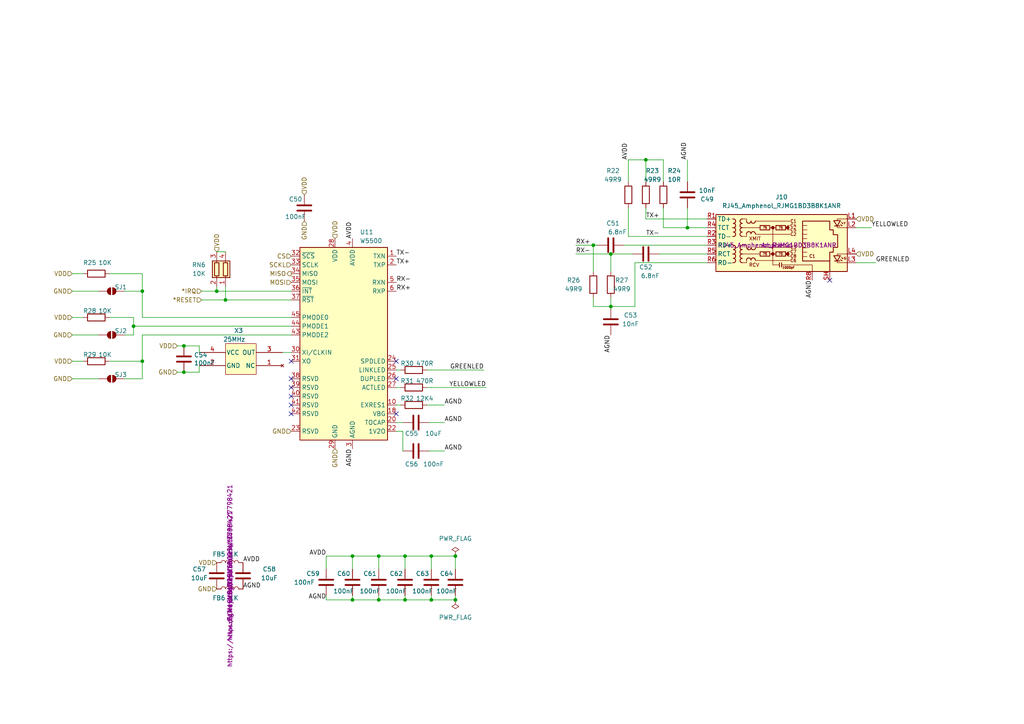
<source format=kicad_sch>
(kicad_sch (version 20250114) (generator "eeschema") (generator_version "9.0")
  (paper "A4")
  (lib_symbols
    (symbol "Common:ECS-2520MVLC" (pin_names (offset 0.254))
      (property "Reference" "X" (at 12.192 8.382 0))
      (property "Value" "TG2520SMN EPS" (at 12.192 5.842 0))
      (symbol "ECS-2520MVLC_1_1"
        (rectangle (start 7.62 3.81) (end 16.51 -5.08) (fill (type background)))
        (pin power_in line (at 0 1.27 0) (length 7.62) (name "VCC") (number "4"))
        (pin power_in line (at 0 -2.54 0) (length 7.62) (name "GND") (number "2"))
        (pin output line (at 24.13 1.27 180) (length 7.62) (name "OUT") (number "3"))
        (pin no_connect line (at 24.13 -2.54 180) (length 7.62) (name "NC") (number "1"))
      )
    )
    (symbol "Connector:RJ45_Amphenol_RJMG1BD3B8K1ANR"
      (property "Reference" "J" (at 18.415 10.16 0))
      (property "Value" "RJ45_Amphenol_RJMG1BD3B8K1ANR" (at -19.05 10.16 0))
      (symbol "RJ45_Amphenol_RJMG1BD3B8K1ANR_0_0"
        (circle (center -1.27 5.08) (radius 0.0001) (stroke (width 0.508)))
        (polyline (pts (xy -1.27 5.08) (xy -1.27 -5.715)))
        (circle (center -1.27 -2.54) (radius 0.0001) (stroke (width 0.508)))
        (polyline (pts (xy 0.635 -5.08) (xy 0.635 -6.35)) (stroke (width 0.254)))
        (polyline (pts (xy 1.27 -5.08) (xy 1.27 -6.35)) (stroke (width 0.254)))
        (polyline (pts (xy 3.048 5.08) (xy 2.54 5.08)))
        (circle (center 3.048 5.08) (radius 0.0001) (stroke (width 0.508)))
        (polyline (pts (xy 3.048 -2.54) (xy 2.54 -2.54)))
        (circle (center 3.048 -2.54) (radius 0.0001) (stroke (width 0.508)))
        (polyline (pts (xy 3.683 5.715) (xy 3.048 5.715) (xy 3.048 4.445) (xy 3.683 4.445)))
        (polyline (pts (xy 3.683 -1.905) (xy 3.048 -1.905) (xy 3.048 -3.175) (xy 3.683 -3.175)))
        (polyline (pts (xy 17.399 7.112) (xy 17.399 7.62) (xy 20.32 7.62)))
        (polyline (pts (xy 17.399 -3.048) (xy 17.399 -2.54) (xy 20.32 -2.54)))
        (polyline (pts (xy 20.32 5.08) (xy 17.399 5.08) (xy 17.399 5.588)))
        (polyline (pts (xy 20.32 -5.08) (xy 17.399 -5.08) (xy 17.399 -4.572)))
        (text "XMIT" (at -8.255 1.905 0) (effects (font (size 1.016 1.016)) (justify left)))
        (text "RCV" (at -8.255 -5.715 0) (effects (font (size 1.016 1.016)) (justify left)))
        (text "C1" (at 4.699 6.985 0) (effects (font (size 0.889 0.889))))
        (text "C4" (at 4.699 5.715 0) (effects (font (size 0.889 0.889))))
        (text "C5" (at 4.699 4.445 0) (effects (font (size 0.889 0.889))))
        (text "C2" (at 4.699 3.175 0) (effects (font (size 0.889 0.889))))
        (text "C3" (at 4.699 -0.635 0) (effects (font (size 0.889 0.889))))
        (text "C7" (at 4.699 -1.905 0) (effects (font (size 0.889 0.889))))
        (text "C8" (at 4.699 -3.175 0) (effects (font (size 0.889 0.889))))
        (text "C6" (at 4.699 -4.445 0) (effects (font (size 0.889 0.889))))
        (text "C1" (at 10.16 -3.175 0) (effects (font (size 0.889 0.889))))
      )
      (symbol "RJ45_Amphenol_RJMG1BD3B8K1ANR_0_1"
        (rectangle (start -17.78 8.89) (end 20.32 -7.62) (stroke (width 0.254)) (fill (type background)))
        (polyline (pts (xy -12.7 7.62) (xy -13.081 7.62)))
        (polyline (pts (xy -12.7 5.08) (xy -13.081 5.08)))
        (polyline (pts (xy -12.7 2.54) (xy -13.081 2.54)))
        (polyline (pts (xy -12.7 0) (xy -13.081 0)))
        (polyline (pts (xy -12.7 -2.54) (xy -13.081 -2.54)))
        (polyline (pts (xy -12.7 -5.08) (xy -13.081 -5.08)))
        (polyline (pts (xy -10.16 7.62) (xy -8.89 7.62) (xy -8.89 6.985)))
        (polyline (pts (xy -10.16 0) (xy -8.89 0) (xy -8.89 -0.635)))
        (polyline (pts (xy -8.89 3.175) (xy -8.89 2.54) (xy -10.16 2.54)))
        (polyline (pts (xy -8.89 -4.445) (xy -8.89 -5.08) (xy -10.16 -5.08)))
        (polyline (pts (xy -6.35 6.985) (xy 3.683 6.985)))
        (polyline (pts (xy -6.35 3.175) (xy 3.683 3.175)))
        (polyline (pts (xy -6.35 -4.445) (xy 3.683 -4.445)))
        (polyline (pts (xy -6.223 -0.635) (xy 3.683 -0.635)))
        (polyline (pts (xy -5.08 -2.54) (xy -10.16 -2.54)))
        (polyline (pts (xy -4.953 5.08) (xy -10.16 5.08)))
        (polyline (pts (xy -2.159 5.08) (xy -0.381 5.08)))
        (polyline (pts (xy -2.159 -2.54) (xy -0.381 -2.54)))
        (polyline (pts (xy 0.635 -5.715) (xy -1.27 -5.715)))
        (polyline (pts (xy 7.366 3.175) (xy 8.636 3.175)))
        (polyline (pts (xy 7.366 1.905) (xy 8.636 1.905)))
        (polyline (pts (xy 7.366 0.635) (xy 8.636 0.635)))
        (polyline (pts (xy 7.366 -0.762) (xy 8.636 -0.762)))
        (polyline (pts (xy 7.366 -2.032) (xy 8.636 -2.032)))
        (polyline (pts (xy 8.636 5.715) (xy 7.366 5.715)))
        (polyline (pts (xy 8.636 4.445) (xy 7.366 4.445)))
        (polyline (pts (xy 8.636 -3.302) (xy 7.366 -3.302)))
        (polyline (pts (xy 10.16 -5.715) (xy 1.27 -5.715)))
        (polyline (pts (xy 10.16 -5.715) (xy 10.16 -7.62)))
      )
      (symbol "RJ45_Amphenol_RJMG1BD3B8K1ANR_1_0"
        (text "1000pF" (at 3.302 -6.477 0) (effects (font (size 0.635 0.635))))
      )
      (symbol "RJ45_Amphenol_RJMG1BD3B8K1ANR_1_1"
        (arc (start -12.7 0) (mid -12.0677 -0.635) (end -12.7 -1.27) (stroke (width 0.254)))
        (arc (start -12.6973 7.62) (mid -12.065 6.985) (end -12.6973 6.35) (stroke (width 0.254)))
        (arc (start -12.6973 -1.27) (mid -12.065 -1.905) (end -12.6973 -2.54) (stroke (width 0.254)))
        (arc (start -12.6973 -2.54) (mid -12.065 -3.175) (end -12.6973 -3.81) (stroke (width 0.254)))
        (arc (start -12.6973 -3.81) (mid -12.065 -4.445) (end -12.6973 -5.08) (stroke (width 0.254)))
        (arc (start -12.6946 6.35) (mid -12.0623 5.715) (end -12.6946 5.08) (stroke (width 0.254)))
        (arc (start -12.6946 5.08) (mid -12.0623 4.445) (end -12.6946 3.81) (stroke (width 0.254)))
        (arc (start -12.6946 3.81) (mid -12.0623 3.175) (end -12.6946 2.54) (stroke (width 0.254)))
        (arc (start -10.1654 6.35) (mid -10.7977 6.985) (end -10.1654 7.62) (stroke (width 0.254)))
        (arc (start -10.1654 5.08) (mid -10.7977 5.715) (end -10.1654 6.35) (stroke (width 0.254)))
        (arc (start -10.1654 3.81) (mid -10.7977 4.445) (end -10.1654 5.08) (stroke (width 0.254)))
        (arc (start -10.1654 -1.27) (mid -10.7977 -0.635) (end -10.1654 0) (stroke (width 0.254)))
        (arc (start -10.1654 -2.54) (mid -10.7977 -1.905) (end -10.1654 -1.27) (stroke (width 0.254)))
        (arc (start -10.1654 -3.81) (mid -10.7977 -3.175) (end -10.1654 -2.54) (stroke (width 0.254)))
        (arc (start -10.1627 2.54) (mid -10.795 3.175) (end -10.1627 3.81) (stroke (width 0.254)))
        (arc (start -10.1627 -5.08) (mid -10.795 -4.445) (end -10.1627 -3.81) (stroke (width 0.254)))
        (arc (start -7.62 6.9823) (mid -8.255 6.35) (end -8.89 6.9823) (stroke (width 0.254)))
        (arc (start -8.89 3.3047) (mid -8.255 3.937) (end -7.62 3.3047) (stroke (width 0.254)))
        (arc (start -8.89 -4.3153) (mid -8.255 -3.683) (end -7.62 -4.3153) (stroke (width 0.254)))
        (arc (start -7.5565 -0.7012) (mid -8.1915 -1.3335) (end -8.8265 -0.7012) (stroke (width 0.254)))
        (arc (start -6.35 6.985) (mid -6.985 6.3527) (end -7.62 6.985) (stroke (width 0.254)))
        (arc (start -7.62 3.3074) (mid -6.985 3.9397) (end -6.35 3.3074) (stroke (width 0.254)))
        (arc (start -7.62 -4.3126) (mid -6.985 -3.6803) (end -6.35 -4.3126) (stroke (width 0.254)))
        (arc (start -6.2865 -0.6985) (mid -6.9215 -1.3308) (end -7.5565 -0.6985) (stroke (width 0.254)))
        (rectangle (start -4.953 5.715) (end -2.159 4.445) (stroke (width 0.254)))
        (rectangle (start -4.953 -1.905) (end -2.159 -3.175) (stroke (width 0.254)))
        (rectangle (start -0.381 5.715) (end 2.413 4.445) (stroke (width 0.254)))
        (rectangle (start -0.381 -1.905) (end 2.413 -3.175) (stroke (width 0.254)))
        (polyline (pts (xy 7.366 -4.572) (xy 7.366 6.985) (xy 15.24 6.985) (xy 15.24 4.445) (xy 16.256 4.445) (xy 16.256 3.048) (xy 17.526 3.048) (xy 17.526 -0.635) (xy 16.256 -0.635) (xy 16.256 -2.032) (xy 15.24 -2.032) (xy 15.24 -4.572) (xy 7.366 -4.572)) (stroke (width 0.254)))
        (polyline (pts (xy 15.24 -7.62) (xy 15.24 -4.572)) (stroke (width 0.254)))
        (polyline (pts (xy 18.161 5.588) (xy 16.637 5.588)) (stroke (width 0.254)))
        (polyline (pts (xy 18.161 -4.572) (xy 16.637 -4.572)) (stroke (width 0.254)))
        (polyline (pts (xy 18.288 7.112) (xy 16.383 7.112) (xy 17.399 5.588) (xy 18.288 7.112)) (stroke (width 0.254)))
        (polyline (pts (xy 18.288 6.096) (xy 18.796 5.588) (xy 18.542 5.588)))
        (polyline (pts (xy 18.288 -3.048) (xy 16.383 -3.048) (xy 17.399 -4.572) (xy 18.288 -3.048)) (stroke (width 0.254)))
        (polyline (pts (xy 18.288 -4.064) (xy 18.796 -4.572) (xy 18.542 -4.572)))
        (polyline (pts (xy 18.542 6.731) (xy 19.05 6.223) (xy 18.796 6.223)))
        (polyline (pts (xy 18.542 -3.429) (xy 19.05 -3.937) (xy 18.796 -3.937)))
        (polyline (pts (xy 18.796 5.588) (xy 18.796 5.842)))
        (polyline (pts (xy 18.796 -4.572) (xy 18.796 -4.318)))
        (polyline (pts (xy 19.05 6.223) (xy 19.05 6.477)))
        (polyline (pts (xy 19.05 -3.937) (xy 19.05 -3.683)))
        (text "75" (at -3.556 5.08 0) (effects (font (size 0.635 0.635))))
        (text "75" (at -3.556 -2.54 0) (effects (font (size 0.635 0.635))))
        (text "75" (at 1.016 5.08 0) (effects (font (size 0.635 0.635))))
        (text "75" (at 1.016 -2.54 0) (effects (font (size 0.635 0.635))))
        (text "Y" (at 19.558 6.35 0) (effects (font (size 0.635 0.635))))
        (text "G" (at 19.685 -3.81 0) (effects (font (size 0.635 0.635))))
        (pin passive line (at -20.32 7.62 0) (length 2.54) (name "TD+") (number "R1"))
        (pin passive line (at -20.32 5.08 0) (length 2.54) (name "TCT") (number "R4"))
        (pin passive line (at -20.32 2.54 0) (length 2.54) (name "TD-") (number "R2"))
        (pin passive line (at -20.32 0 0) (length 2.54) (name "RD+") (number "R3"))
        (pin passive line (at -20.32 -2.54 0) (length 2.54) (name "RCT") (number "R5"))
        (pin passive line (at -20.32 -5.08 0) (length 2.54) (name "RD-") (number "R6"))
        (pin power_in line (at 10.16 -10.16 90) (length 2.54) (name "") (number "R8"))
        (pin passive line (at 15.24 -10.16 90) (length 2.54) (name "") (number "SH"))
        (pin no_connect line (at 20.32 0 0) (length 0) (hide yes) (name "NC") (number "R7"))
        (pin passive line (at 22.86 7.62 180) (length 2.54) (name "") (number "L1"))
        (pin passive line (at 22.86 5.08 180) (length 2.54) (name "") (number "L2"))
        (pin passive line (at 22.86 -2.54 180) (length 2.54) (name "") (number "L4"))
        (pin passive line (at 22.86 -5.08 180) (length 2.54) (name "") (number "L3"))
      )
    )
    (symbol "Device:C" (pin_numbers (hide yes)) (pin_names (offset 0.254))
      (property "Reference" "C" (at 0.635 2.54 0))
      (property "Value" "C" (at 0.635 -2.54 0))
      (symbol "C_0_1"
        (polyline (pts (xy -2.032 0.762) (xy 2.032 0.762)) (stroke (width 0.508)))
        (polyline (pts (xy -2.032 -0.762) (xy 2.032 -0.762)) (stroke (width 0.508)))
      )
      (symbol "C_1_1"
        (pin passive line (at 0 3.81 270) (length 2.794) (name "~") (number "1"))
        (pin passive line (at 0 -3.81 90) (length 2.794) (name "~") (number "2"))
      )
    )
    (symbol "Device:L" (pin_numbers (hide yes)) (pin_names (offset 1.016) (hide yes))
      (property "Reference" "L" (at -1.27 0 90))
      (property "Value" "L" (at 1.905 0 90))
      (symbol "L_0_1"
        (arc (start 0 2.54) (mid 0.6323 1.905) (end 0 1.27))
        (arc (start 0 1.27) (mid 0.6323 0.635) (end 0 0))
        (arc (start 0 0) (mid 0.6323 -0.635) (end 0 -1.27))
        (arc (start 0 -1.27) (mid 0.6323 -1.905) (end 0 -2.54))
      )
      (symbol "L_1_1"
        (pin passive line (at 0 3.81 270) (length 1.27) (name "1") (number "1"))
        (pin passive line (at 0 -3.81 90) (length 1.27) (name "2") (number "2"))
      )
    )
    (symbol "Device:R" (pin_numbers (hide yes)) (pin_names (offset 0))
      (property "Reference" "R" (at 2.032 0 90))
      (property "Value" "R" (at 0 0 90))
      (symbol "R_0_1"
        (rectangle (start -1.016 -2.54) (end 1.016 2.54) (stroke (width 0.254)))
      )
      (symbol "R_1_1"
        (pin passive line (at 0 3.81 270) (length 1.27) (name "~") (number "1"))
        (pin passive line (at 0 -3.81 90) (length 1.27) (name "~") (number "2"))
      )
    )
    (symbol "Device:R_Pack02" (pin_names (offset 0) (hide yes))
      (property "Reference" "RN" (at -5.08 0 90))
      (property "Value" "R_Pack02" (at 2.54 0 90))
      (symbol "R_Pack02_0_1"
        (rectangle (start -3.81 -2.413) (end 1.27 2.413) (stroke (width 0.254)) (fill (type background)))
        (rectangle (start -3.175 1.905) (end -1.905 -1.905) (stroke (width 0.254)))
        (polyline (pts (xy -2.54 1.905) (xy -2.54 2.54)))
        (polyline (pts (xy -2.54 -2.54) (xy -2.54 -1.905)))
        (rectangle (start -0.635 1.905) (end 0.635 -1.905) (stroke (width 0.254)))
        (polyline (pts (xy 0 1.905) (xy 0 2.54)))
        (polyline (pts (xy 0 -2.54) (xy 0 -1.905)))
      )
      (symbol "R_Pack02_1_1"
        (pin passive line (at -2.54 5.08 270) (length 2.54) (name "R1.2") (number "4"))
        (pin passive line (at -2.54 -5.08 90) (length 2.54) (name "R1.1") (number "1"))
        (pin passive line (at 0 5.08 270) (length 2.54) (name "R2.2") (number "3"))
        (pin passive line (at 0 -5.08 90) (length 2.54) (name "R2.1") (number "2"))
      )
    )
    (symbol "Interface_Ethernet:W5500"
      (property "Reference" "U" (at -11.43 29.21 0))
      (property "Value" "W5500" (at 8.89 29.21 0))
      (symbol "W5500_0_1"
        (rectangle (start -12.7 27.94) (end 12.7 -27.94) (stroke (width 0.254)) (fill (type background)))
      )
      (symbol "W5500_1_1"
        (pin input line (at -15.24 25.4 0) (length 2.54) (name "~{SCS}") (number "32"))
        (pin input line (at -15.24 22.86 0) (length 2.54) (name "SCLK") (number "33"))
        (pin output line (at -15.24 20.32 0) (length 2.54) (name "MISO") (number "34"))
        (pin input line (at -15.24 17.78 0) (length 2.54) (name "MOSI") (number "35"))
        (pin input line (at -15.24 15.24 0) (length 2.54) (name "~{INT}") (number "36"))
        (pin input line (at -15.24 12.7 0) (length 2.54) (name "~{RST}") (number "37"))
        (pin input line (at -15.24 7.62 0) (length 2.54) (name "PMODE0") (number "45"))
        (pin input line (at -15.24 5.08 0) (length 2.54) (name "PMODE1") (number "44"))
        (pin input line (at -15.24 2.54 0) (length 2.54) (name "PMODE2") (number "43"))
        (pin input line (at -15.24 -2.54 0) (length 2.54) (name "XI/CLKIN") (number "30"))
        (pin output line (at -15.24 -5.08 0) (length 2.54) (name "XO") (number "31"))
        (pin input line (at -15.24 -10.16 0) (length 2.54) (name "RSVD") (number "38"))
        (pin input line (at -15.24 -12.7 0) (length 2.54) (name "RSVD") (number "39"))
        (pin input line (at -15.24 -15.24 0) (length 2.54) (name "RSVD") (number "40"))
        (pin input line (at -15.24 -17.78 0) (length 2.54) (name "RSVD") (number "41"))
        (pin input line (at -15.24 -20.32 0) (length 2.54) (name "RSVD") (number "42"))
        (pin input line (at -15.24 -25.4 0) (length 2.54) (name "RSVD") (number "23"))
        (pin power_in line (at -2.54 30.48 270) (length 2.54) (name "VDD") (number "28"))
        (pin power_in line (at -2.54 -30.48 90) (length 2.54) (name "GND") (number "29"))
        (pin passive line (at 2.54 30.48 270) (length 2.54) (hide yes) (name "AVDD") (number "11"))
        (pin passive line (at 2.54 30.48 270) (length 2.54) (hide yes) (name "AVDD") (number "15"))
        (pin passive line (at 2.54 30.48 270) (length 2.54) (hide yes) (name "AVDD") (number "17"))
        (pin passive line (at 2.54 30.48 270) (length 2.54) (hide yes) (name "AVDD") (number "21"))
        (pin power_in line (at 2.54 30.48 270) (length 2.54) (name "AVDD") (number "4"))
        (pin passive line (at 2.54 30.48 270) (length 2.54) (hide yes) (name "AVDD") (number "8"))
        (pin passive line (at 2.54 -30.48 90) (length 2.54) (hide yes) (name "AGND") (number "14"))
        (pin passive line (at 2.54 -30.48 90) (length 2.54) (hide yes) (name "AGND") (number "16"))
        (pin passive line (at 2.54 -30.48 90) (length 2.54) (hide yes) (name "AGND") (number "19"))
        (pin power_in line (at 2.54 -30.48 90) (length 2.54) (name "AGND") (number "3"))
        (pin passive line (at 2.54 -30.48 90) (length 2.54) (hide yes) (name "AGND") (number "48"))
        (pin passive line (at 2.54 -30.48 90) (length 2.54) (hide yes) (name "AGND") (number "9"))
        (pin no_connect line (at 12.7 10.16 180) (length 2.54) (hide yes) (name "DNC") (number "7"))
        (pin no_connect line (at 12.7 7.62 180) (length 2.54) (hide yes) (name "NC") (number "12"))
        (pin no_connect line (at 12.7 5.08 180) (length 2.54) (hide yes) (name "NC") (number "13"))
        (pin no_connect line (at 12.7 2.54 180) (length 2.54) (hide yes) (name "NC") (number "46"))
        (pin no_connect line (at 12.7 0 180) (length 2.54) (hide yes) (name "NC") (number "47"))
        (pin output line (at 15.24 25.4 180) (length 2.54) (name "TXN") (number "1"))
        (pin output line (at 15.24 22.86 180) (length 2.54) (name "TXP") (number "2"))
        (pin input line (at 15.24 17.78 180) (length 2.54) (name "RXN") (number "5"))
        (pin input line (at 15.24 15.24 180) (length 2.54) (name "RXP") (number "6"))
        (pin output line (at 15.24 -5.08 180) (length 2.54) (name "SPDLED") (number "24"))
        (pin output line (at 15.24 -7.62 180) (length 2.54) (name "LINKLED") (number "25"))
        (pin output line (at 15.24 -10.16 180) (length 2.54) (name "DUPLED") (number "26"))
        (pin output line (at 15.24 -12.7 180) (length 2.54) (name "ACTLED") (number "27"))
        (pin passive line (at 15.24 -17.78 180) (length 2.54) (name "EXRES1") (number "10"))
        (pin passive line (at 15.24 -20.32 180) (length 2.54) (name "VBG") (number "18"))
        (pin passive line (at 15.24 -22.86 180) (length 2.54) (name "TOCAP") (number "20"))
        (pin output line (at 15.24 -25.4 180) (length 2.54) (name "1V2O") (number "22"))
      )
    )
    (symbol "Jumper:SolderJumper_2_Open" (pin_numbers (hide yes)) (pin_names (offset 0) (hide yes)) (in_bom no)
      (property "Reference" "JP" (at 0 2.032 0))
      (property "Value" "SolderJumper_2_Open" (at 0 -2.54 0))
      (symbol "SolderJumper_2_Open_0_1"
        (polyline (pts (xy -0.254 1.016) (xy -0.254 -1.016)))
        (arc (start -0.254 -1.016) (mid -1.2656 0) (end -0.254 1.016))
        (arc (start -0.254 -1.016) (mid -1.2656 0) (end -0.254 1.016) (fill (type outline)))
        (arc (start 0.254 1.016) (mid 1.2656 0) (end 0.254 -1.016))
        (arc (start 0.254 1.016) (mid 1.2656 0) (end 0.254 -1.016) (fill (type outline)))
        (polyline (pts (xy 0.254 1.016) (xy 0.254 -1.016)))
      )
      (symbol "SolderJumper_2_Open_1_1"
        (pin passive line (at -3.81 0 0) (length 2.54) (name "A") (number "1"))
        (pin passive line (at 3.81 0 180) (length 2.54) (name "B") (number "2"))
      )
    )
    (symbol "power:PWR_FLAG" (power) (pin_numbers (hide yes)) (pin_names (offset 0) (hide yes))
      (property "Value" "PWR_FLAG" (at 0 3.81 0))
      (symbol "PWR_FLAG_0_0"
        (pin power_out line (at 0 0 90) (length 0) (name "~") (number "1"))
      )
      (symbol "PWR_FLAG_0_1"
        (polyline (pts (xy 0 0) (xy 0 1.27) (xy -1.016 1.905) (xy 0 2.54) (xy 1.016 1.905) (xy 0 1.27)))
      )
    )
  )
  (junction (at 102.235 173.99))
  (junction (at 117.475 173.99))
  (junction (at 102.235 161.29))
  (junction (at 41.275 84.455))
  (junction (at 62.865 84.455))
  (junction (at 117.475 161.29))
  (junction (at 132.08 161.29))
  (junction (at 109.855 173.99))
  (junction (at 177.165 73.66))
  (junction (at 65.405 86.995))
  (junction (at 187.325 46.355))
  (junction (at 41.275 104.775))
  (junction (at 53.34 107.95))
  (junction (at 53.34 100.33))
  (junction (at 125.095 161.29))
  (junction (at 177.165 88.9))
  (junction (at 132.08 173.99))
  (junction (at 125.095 173.99))
  (junction (at 199.39 66.04))
  (junction (at 109.855 161.29))
  (junction (at 38.735 94.615))
  (junction (at 172.085 71.12))
  (no_connect (at 114.935 120.015))
  (no_connect (at 114.935 104.775))
  (no_connect (at 240.665 81.28))
  (no_connect (at 84.455 109.855))
  (no_connect (at 114.935 109.855))
  (no_connect (at 84.455 114.935))
  (no_connect (at 84.455 117.475))
  (no_connect (at 84.455 120.015))
  (no_connect (at 84.455 104.775))
  (no_connect (at 84.455 112.395))
  (wire (pts (xy 116.84 130.81) (xy 116.84 125.095)))
  (wire (pts (xy 173.355 71.12) (xy 172.085 71.12)))
  (wire (pts (xy 41.275 84.455) (xy 41.275 79.375)) (stroke (width 0.1524)))
  (wire (pts (xy 109.855 161.29) (xy 117.475 161.29)) (stroke (width 0.1524)))
  (wire (pts (xy 94.615 172.72) (xy 94.615 173.99)) (stroke (width 0.1524)))
  (wire (pts (xy 125.095 161.29) (xy 132.08 161.29)) (stroke (width 0.1524)))
  (wire (pts (xy 184.15 88.9) (xy 177.165 88.9)) (stroke (width 0.1524)))
  (wire (pts (xy 132.08 172.72) (xy 132.08 173.99)))
  (wire (pts (xy 182.245 46.355) (xy 182.245 52.705)))
  (wire (pts (xy 128.905 122.555) (xy 124.46 122.555)))
  (wire (pts (xy 177.165 73.66) (xy 177.165 78.74)) (stroke (width 0.1524)))
  (wire (pts (xy 53.34 107.95) (xy 51.435 107.95)))
  (wire (pts (xy 182.245 68.58) (xy 205.105 68.58)) (stroke (width 0.1524)))
  (wire (pts (xy 57.785 106.045) (xy 57.785 107.95)))
  (wire (pts (xy 94.615 161.29) (xy 94.615 165.1)) (stroke (width 0.1524)))
  (wire (pts (xy 187.325 46.355) (xy 192.405 46.355)))
  (wire (pts (xy 252.73 66.04) (xy 248.285 66.04)))
  (wire (pts (xy 191.135 73.66) (xy 205.105 73.66)) (stroke (width 0.1524)))
  (wire (pts (xy 20.955 79.375) (xy 24.13 79.375)) (stroke (width 0.1524)))
  (wire (pts (xy 117.475 163.83) (xy 117.475 161.29)) (stroke (width 0.1524)))
  (wire (pts (xy 182.245 68.58) (xy 182.245 60.325)) (stroke (width 0.1524)))
  (wire (pts (xy 102.235 173.99) (xy 109.855 173.99)) (stroke (width 0.1524)))
  (wire (pts (xy 172.085 78.74) (xy 172.085 71.12)) (stroke (width 0.1524)))
  (wire (pts (xy 192.405 66.04) (xy 199.39 66.04)) (stroke (width 0.1524)))
  (wire (pts (xy 41.275 97.155) (xy 41.275 104.775)) (stroke (width 0.1524)))
  (wire (pts (xy 205.105 76.2) (xy 184.15 76.2)) (stroke (width 0.1524)))
  (wire (pts (xy 58.42 84.455) (xy 62.865 84.455)))
  (wire (pts (xy 38.735 94.615) (xy 84.455 94.615)) (stroke (width 0.1524)))
  (wire (pts (xy 123.825 112.395) (xy 125.095 112.395)))
  (wire (pts (xy 125.095 163.83) (xy 125.095 161.29)) (stroke (width 0.1524)))
  (wire (pts (xy 38.735 94.615) (xy 38.735 97.155)) (stroke (width 0.1524)))
  (wire (pts (xy 125.095 172.72) (xy 125.095 173.99)) (stroke (width 0.1524)))
  (wire (pts (xy 172.085 71.12) (xy 173.355 71.12)) (stroke (width 0.1524)))
  (wire (pts (xy 125.095 112.395) (xy 140.97 112.395)) (stroke (width 0.1524)))
  (wire (pts (xy 117.475 163.83) (xy 117.475 165.1)))
  (wire (pts (xy 117.475 173.99) (xy 125.095 173.99)) (stroke (width 0.1524)))
  (wire (pts (xy 125.095 173.99) (xy 132.08 173.99)) (stroke (width 0.1524)))
  (wire (pts (xy 94.615 161.29) (xy 102.235 161.29)) (stroke (width 0.1524)))
  (wire (pts (xy 94.615 173.99) (xy 102.235 173.99)) (stroke (width 0.1524)))
  (wire (pts (xy 180.975 71.12) (xy 205.105 71.12)) (stroke (width 0.1524)))
  (wire (pts (xy 187.325 46.355) (xy 187.325 52.705)))
  (wire (pts (xy 125.095 107.315) (xy 140.335 107.315)) (stroke (width 0.1524)))
  (wire (pts (xy 38.735 97.155) (xy 36.195 97.155)) (stroke (width 0.1524)))
  (wire (pts (xy 114.935 117.475) (xy 116.205 117.475)))
  (wire (pts (xy 102.235 161.29) (xy 102.235 165.1)) (stroke (width 0.1524)))
  (wire (pts (xy 58.42 86.995) (xy 65.405 86.995)) (stroke (width 0.1524)))
  (wire (pts (xy 123.825 117.475) (xy 128.905 117.475)))
  (wire (pts (xy 248.285 76.2) (xy 254 76.2)) (stroke (width 0.1524)))
  (wire (pts (xy 167.005 73.66) (xy 177.165 73.66)) (stroke (width 0.1524)))
  (wire (pts (xy 187.325 63.5) (xy 205.105 63.5)) (stroke (width 0.1524)))
  (wire (pts (xy 177.165 86.36) (xy 177.165 88.9)) (stroke (width 0.1524)))
  (wire (pts (xy 172.085 86.36) (xy 172.085 88.9)) (stroke (width 0.1524)))
  (wire (pts (xy 41.275 104.775) (xy 31.75 104.775)) (stroke (width 0.1524)))
  (wire (pts (xy 192.405 60.325) (xy 192.405 66.04)) (stroke (width 0.1524)))
  (wire (pts (xy 192.405 46.355) (xy 192.405 52.705)))
  (wire (pts (xy 167.005 71.12) (xy 172.085 71.12)) (stroke (width 0.1524)))
  (wire (pts (xy 65.405 86.995) (xy 84.455 86.995)) (stroke (width 0.1524)))
  (wire (pts (xy 177.165 73.66) (xy 183.515 73.66)) (stroke (width 0.1524)))
  (wire (pts (xy 57.785 100.33) (xy 53.34 100.33)))
  (wire (pts (xy 117.475 161.29) (xy 125.095 161.29)) (stroke (width 0.1524)))
  (wire (pts (xy 41.275 97.155) (xy 84.455 97.155)) (stroke (width 0.1524)))
  (wire (pts (xy 172.085 88.9) (xy 177.165 88.9)) (stroke (width 0.1524)))
  (wire (pts (xy 123.825 107.315) (xy 125.095 107.315)))
  (wire (pts (xy 199.39 66.04) (xy 205.105 66.04)) (stroke (width 0.1524)))
  (wire (pts (xy 20.955 104.775) (xy 24.13 104.775)) (stroke (width 0.1524)))
  (wire (pts (xy 199.39 60.325) (xy 199.39 66.04)))
  (wire (pts (xy 20.955 109.855) (xy 28.575 109.855)))
  (wire (pts (xy 187.325 63.5) (xy 187.325 60.325)) (stroke (width 0.1524)))
  (wire (pts (xy 38.735 92.075) (xy 31.75 92.075)) (stroke (width 0.1524)))
  (wire (pts (xy 109.855 172.72) (xy 109.855 173.99)) (stroke (width 0.1524)))
  (wire (pts (xy 177.165 89.535) (xy 177.165 88.9)))
  (wire (pts (xy 62.865 73.025) (xy 65.405 73.025)))
  (wire (pts (xy 199.39 46.355) (xy 199.39 52.705)))
  (wire (pts (xy 182.245 46.355) (xy 187.325 46.355)))
  (wire (pts (xy 114.935 122.555) (xy 116.84 122.555)))
  (wire (pts (xy 28.575 84.455) (xy 20.955 84.455)) (stroke (width 0.1524)))
  (wire (pts (xy 57.785 100.33) (xy 57.785 102.235)))
  (wire (pts (xy 62.865 83.185) (xy 62.865 84.455)))
  (wire (pts (xy 41.275 109.855) (xy 36.195 109.855)) (stroke (width 0.1524)))
  (wire (pts (xy 38.735 92.075) (xy 38.735 94.615)) (stroke (width 0.1524)))
  (wire (pts (xy 117.475 172.72) (xy 117.475 173.99)) (stroke (width 0.1524)))
  (wire (pts (xy 36.195 84.455) (xy 41.275 84.455)) (stroke (width 0.1524)))
  (wire (pts (xy 132.08 161.29) (xy 132.08 165.1)) (stroke (width 0.1524)))
  (wire (pts (xy 20.955 97.155) (xy 28.575 97.155)))
  (wire (pts (xy 65.405 83.185) (xy 65.405 86.995)))
  (wire (pts (xy 109.855 161.29) (xy 109.855 165.1)))
  (wire (pts (xy 109.855 173.99) (xy 117.475 173.99)) (stroke (width 0.1524)))
  (wire (pts (xy 41.275 79.375) (xy 31.75 79.375)) (stroke (width 0.1524)))
  (wire (pts (xy 184.15 76.2) (xy 184.15 88.9)) (stroke (width 0.1524)))
  (wire (pts (xy 41.275 92.075) (xy 41.275 84.455)) (stroke (width 0.1524)))
  (wire (pts (xy 116.84 125.095) (xy 114.935 125.095)))
  (wire (pts (xy 20.955 92.075) (xy 24.13 92.075)) (stroke (width 0.1524)))
  (wire (pts (xy 128.905 130.81) (xy 124.46 130.81)))
  (wire (pts (xy 114.935 112.395) (xy 116.205 112.395)))
  (wire (pts (xy 41.275 104.775) (xy 41.275 109.855)) (stroke (width 0.1524)))
  (wire (pts (xy 41.275 92.075) (xy 84.455 92.075)) (stroke (width 0.1524)))
  (wire (pts (xy 102.235 161.29) (xy 109.855 161.29)) (stroke (width 0.1524)))
  (wire (pts (xy 114.935 107.315) (xy 116.205 107.315)))
  (wire (pts (xy 51.435 100.33) (xy 53.34 100.33)))
  (wire (pts (xy 102.235 172.72) (xy 102.235 173.99)) (stroke (width 0.1524)))
  (wire (pts (xy 81.915 102.235) (xy 84.455 102.235)))
  (wire (pts (xy 125.095 163.83) (xy 125.095 165.1)))
  (wire (pts (xy 62.865 84.455) (xy 84.455 84.455)))
  (wire (pts (xy 57.785 107.95) (xy 53.34 107.95)))
  (label "TX+" (at 114.935 76.835 0))
  (label "RX+" (at 114.935 84.455 0))
  (label "RX+" (at 167.005 71.12 0))
  (label "RX-" (at 167.005 73.66 0))
  (label "AVDD" (at 94.615 161.29 180))
  (label "AGND" (at 102.235 130.175 270))
  (label "GREENLED" (at 140.335 107.315 180))
  (label "AGND" (at 128.905 122.555 0))
  (label "AGND" (at 70.485 170.815 0))
  (label "TX+" (at 187.325 63.5 0))
  (label "AGND" (at 94.615 173.99 180))
  (label "AGND" (at 235.585 81.28 270))
  (label "AVDD" (at 182.245 46.355 90))
  (label "AGND" (at 128.905 130.81 0))
  (label "YELLOWLED" (at 252.73 66.04 0))
  (label "AGND" (at 177.165 97.155 270))
  (label "TX-" (at 114.935 74.295 0))
  (label "RX-" (at 114.935 81.915 0))
  (label "AVDD" (at 70.485 163.195 0))
  (label "AVDD" (at 102.235 69.215 90))
  (label "AGND" (at 128.905 117.475 0))
  (label "AGND" (at 199.39 46.355 90))
  (label "GREENLED" (at 254 76.2 0))
  (label "YELLOWLED" (at 140.97 112.395 180))
  (label "TX-" (at 187.325 68.58 0))
  (hierarchical_label "*IRQ" (shape input) (at 58.42 84.455 180))
  (hierarchical_label "GND" (shape input) (at 20.955 109.855 180))
  (hierarchical_label "GND" (shape input) (at 88.265 64.135 270))
  (hierarchical_label "VDD" (shape input) (at 62.865 73.025 90))
  (hierarchical_label "VDD" (shape input) (at 20.955 79.375 180))
  (hierarchical_label "CS" (shape input) (at 84.455 74.295 180))
  (hierarchical_label "GND" (shape input) (at 97.155 130.175 270))
  (hierarchical_label "VDD" (shape input) (at 20.955 104.775 180))
  (hierarchical_label "GND" (shape input) (at 20.955 84.455 180))
  (hierarchical_label "MOSI" (shape input) (at 84.455 81.915 180))
  (hierarchical_label "VDD" (shape input) (at 97.155 69.215 90))
  (hierarchical_label "VDD" (shape input) (at 62.865 163.195 180))
  (hierarchical_label "GND" (shape input) (at 51.435 107.95 180))
  (hierarchical_label "GND" (shape input) (at 62.865 170.815 180))
  (hierarchical_label "VDD" (shape input) (at 51.435 100.33 180))
  (hierarchical_label "VDD" (shape input) (at 248.285 73.66 0))
  (hierarchical_label "VDD" (shape input) (at 88.265 56.515 90))
  (hierarchical_label "MISO" (shape output) (at 84.455 79.375 180))
  (hierarchical_label "*RESET" (shape input) (at 58.42 86.995 180))
  (hierarchical_label "GND" (shape input) (at 84.455 125.095 180))
  (hierarchical_label "GND" (shape input) (at 20.955 97.155 180))
  (hierarchical_label "VDD" (shape input) (at 248.285 63.5 0))
  (hierarchical_label "VDD" (shape input) (at 20.955 92.075 180))
  (hierarchical_label "SCKL" (shape input) (at 84.455 76.835 180))
  (symbol (lib_id "Device:C") (at 177.165 71.12 270) (unit 1)
    (property "Reference" "C51" (at 177.8 64.77 90))
    (property "Value" "6.8nF" (at 179.07 67.31 90))
    (property "Footprint" "Capacitor_SMD:C_0402_1005Metric_Pad0.74x0.62mm_HandSolder" (effects (hide yes)))
    (property "Datasheet" "https://search.murata.co.jp/Ceramy/image/img/A01X/G101/ENG/GRM1555C1H682GE01-01A.pdf" (effects (hide yes)))
    (property "Manufacturer" "Murata" (effects (hide yes)))
    (property "Part Number" "GRM1555C1H682GE01D" (effects (hide yes)))
    (property "Temperture Coefficient" "C0G/NP0" (effects (hide yes)))
    (property "Tolerance" "2" (effects (hide yes)))
    (property "Voltage" "50" (effects (hide yes)))
  )
  (symbol (lib_id "Device:C") (at 177.165 93.345 0) (unit 1)
    (property "Reference" "C53" (at 182.88 91.44 0))
    (property "Value" "10nF" (at 182.88 93.98 0))
    (property "Footprint" "Capacitor_SMD:C_0402_1005Metric_Pad0.74x0.62mm_HandSolder" (effects (hide yes)))
    (property "Datasheet" "https://search.murata.co.jp/Ceramy/image/img/A01X/G101/ENG/GRM155R61A103KA01-01.pdf" (effects (hide yes)))
    (property "Manufacturer" "Murata" (effects (hide yes)))
    (property "Part Number" "GRM155R61A103KA01D" (effects (hide yes)))
    (property "Temperture Coefficient" "X5R" (effects (hide yes)))
    (property "Tolerance" "10" (effects (hide yes)))
    (property "Voltage" "10" (effects (hide yes)))
  )
  (symbol (lib_id "Device:C") (at 62.865 167.005 0) (unit 1)
    (property "Reference" "C57" (at 57.785 165.1 0))
    (property "Value" "10uF" (at 57.785 167.64 0))
    (property "Footprint" "Capacitor_SMD:C_0603_1608Metric_Pad1.08x0.95mm_HandSolder" (effects (hide yes)))
    (property "Datasheet" "https://search.murata.co.jp/Ceramy/image/img/A01X/G101/ENG/GRM188R61E106KA73-01.pdf" (effects (hide yes)))
    (property "Manufacturer" "Murata" (effects (hide yes)))
    (property "Part Number" "GRM188R61E106KA73D" (effects (hide yes)))
    (property "Voltage" "25" (effects (hide yes)))
    (property "Temperture Coefficient" "X5R" (effects (hide yes)))
    (property "Tolerance" "10" (effects (hide yes)))
  )
  (symbol (lib_id "Jumper:SolderJumper_2_Open") (at 32.385 97.155 180) (unit 1) (in_bom no)
    (property "Reference" "SJ2" (at 36.83 95.25 0) (effects (justify left bottom)))
    (property "Value" "SOLDERJUMPERREFLOW_NOPASTE" (effects (hide yes)))
    (property "Footprint" "Jumper:SolderJumper-2_P1.3mm_Open_Pad1.0x1.5mm" (effects (hide yes)))
  )
  (symbol (lib_id "Jumper:SolderJumper_2_Open") (at 32.385 84.455 180) (unit 1) (in_bom no)
    (property "Reference" "SJ1" (at 36.83 82.55 0) (effects (justify left bottom)))
    (property "Value" "SOLDERJUMPERREFLOW_NOPASTE" (effects (hide yes)))
    (property "Footprint" "Jumper:SolderJumper-2_P1.3mm_Open_Pad1.0x1.5mm" (effects (hide yes)))
  )
  (symbol (lib_id "Device:R") (at 27.94 92.075 90) (unit 1)
    (property "Reference" "R28" (at 26.035 90.17 90))
    (property "Value" "10K" (at 30.48 90.17 90) (effects (font (thickness 0.1588))))
    (property "Footprint" "Resistor_SMD:R_0402_1005Metric_Pad0.72x0.64mm_HandSolder" (effects (hide yes)))
    (property "Datasheet" "https://mm.digikey.com/Volume0/opasdata/d220001/medias/docus/5343/PE_Series_DS.pdf" (effects (hide yes)))
    (property "Manufacturer" "YAGEO" (effects (hide yes)))
    (property "Part Number" "RC0402FR-0710K9L" (effects (hide yes)))
    (property "Tolerance" "1" (effects (hide yes)))
  )
  (symbol (lib_id "Device:C") (at 132.08 168.91 0) (unit 1)
    (property "Reference" "C64" (at 129.54 166.37 0))
    (property "Value" "100nF" (at 129.54 171.45 0))
    (property "Footprint" "Capacitor_SMD:C_0402_1005Metric_Pad0.74x0.62mm_HandSolder" (effects (hide yes)))
    (property "Datasheet" "https://search.murata.co.jp/Ceramy/image/img/A01X/G101/ENG/GRM155R61E104KA87-01.pdf" (effects (hide yes)))
    (property "Manufacturer" "Murata" (effects (hide yes)))
    (property "Part Number" "GRM155R61E104KA87D" (effects (hide yes)))
    (property "Voltage" "25" (effects (hide yes)))
    (property "Temperture Coefficient" "X5R" (effects (hide yes)))
    (property "Tolerance" "10" (effects (hide yes)))
  )
  (symbol (lib_id "Device:R") (at 172.085 82.55 180) (unit 1)
    (property "Reference" "R26" (at 166.37 81.28 0))
    (property "Value" "49R9" (at 166.37 83.82 0) (effects (font (thickness 0.1588))))
    (property "Footprint" "Resistor_SMD:R_0402_1005Metric_Pad0.72x0.64mm_HandSolder" (effects (hide yes)))
    (property "Datasheet" "https://mm.digikey.com/Volume0/opasdata/d220001/medias/docus/5343/PE_Series_DS.pdf" (effects (hide yes)))
    (property "Manufacturer" "YAGEO" (effects (hide yes)))
    (property "Part Number" "RC0402FR-0749R9L" (effects (hide yes)))
    (property "Tolerance" "1" (effects (hide yes)))
  )
  (symbol (lib_id "Device:R_Pack02") (at 62.865 78.105 0) (mirror y) (unit 1)
    (property "Reference" "RN6" (at 59.69 76.8349 0) (effects (justify left)))
    (property "Value" "10K" (at 59.69 79.3749 0) (effects (justify left)))
    (property "Footprint" "Resistor_SMD:R_Array_Convex_2x0402" (effects (hide yes)))
    (property "Datasheet" "https://industrial.panasonic.com/cdbs/www-data/pdf/AOC0000/AOC0000C14.pdf" (effects (hide yes)))
    (property "Description" "2 resistor network, parallel topology" (effects (hide yes)))
    (property "Manufacturer" "Panasonic" (effects (hide yes)))
    (property "Part Number" "EXB-24V103JX" (effects (hide yes)))
    (property "Tolerance" "5" (effects (hide yes)))
  )
  (symbol (lib_id "Device:R") (at 187.325 56.515 0) (unit 1)
    (property "Reference" "R23" (at 189.23 49.53 0))
    (property "Value" "49R9" (at 189.23 52.07 0) (effects (font (thickness 0.1588))))
    (property "Footprint" "Resistor_SMD:R_0402_1005Metric_Pad0.72x0.64mm_HandSolder" (effects (hide yes)))
    (property "Datasheet" "https://mm.digikey.com/Volume0/opasdata/d220001/medias/docus/5343/PE_Series_DS.pdf" (effects (hide yes)))
    (property "Manufacturer" "YAGEO" (effects (hide yes)))
    (property "Part Number" "RC0402FR-0749R9L" (effects (hide yes)))
    (property "Tolerance" "1" (effects (hide yes)))
  )
  (symbol (lib_id "Device:R") (at 120.015 112.395 270) (unit 1)
    (property "Reference" "R31" (at 118.11 110.49 90))
    (property "Value" "470R" (at 123.19 110.49 90) (effects (font (thickness 0.1588))))
    (property "Footprint" "Resistor_SMD:R_0402_1005Metric_Pad0.72x0.64mm_HandSolder" (effects (hide yes)))
    (property "Datasheet" "https://mm.digikey.com/Volume0/opasdata/d220001/medias/docus/5343/PE_Series_DS.pdf" (effects (hide yes)))
    (property "Manufacturer" "YAGEO" (effects (hide yes)))
    (property "Part Number" "RC0402FR-07470RL" (effects (hide yes)))
    (property "Tolerance" "1" (effects (hide yes)))
  )
  (symbol (lib_id "Device:C") (at 88.265 60.325 0) (unit 1)
    (property "Reference" "C50" (at 85.725 57.785 0))
    (property "Value" "100nF" (at 85.725 62.865 0))
    (property "Footprint" "Capacitor_SMD:C_0402_1005Metric_Pad0.74x0.62mm_HandSolder" (effects (hide yes)))
    (property "Datasheet" "https://search.murata.co.jp/Ceramy/image/img/A01X/G101/ENG/GRM155R61E104KA87-01.pdf" (effects (hide yes)))
    (property "Manufacturer" "Murata" (effects (hide yes)))
    (property "Part Number" "GRM155R61E104KA87D" (effects (hide yes)))
    (property "Voltage" "25" (effects (hide yes)))
    (property "Temperture Coefficient" "X5R" (effects (hide yes)))
    (property "Tolerance" "10" (effects (hide yes)))
  )
  (symbol (lib_id "Jumper:SolderJumper_2_Open") (at 32.385 109.855 180) (unit 1) (in_bom no)
    (property "Reference" "SJ3" (at 36.83 107.95 0) (effects (justify left bottom)))
    (property "Value" "SOLDERJUMPERREFLOW_NOPASTE" (effects (hide yes)))
    (property "Footprint" "Jumper:SolderJumper-2_P1.3mm_Open_Pad1.0x1.5mm" (effects (hide yes)))
  )
  (symbol (lib_id "Device:C") (at 53.34 104.14 0) (unit 1)
    (property "Reference" "C54" (at 56.261 102.9716 0) (effects (justify left)))
    (property "Value" "100nF" (at 56.261 105.283 0) (effects (justify left)))
    (property "Footprint" "Capacitor_SMD:C_0402_1005Metric_Pad0.74x0.62mm_HandSolder" (effects (hide yes)))
    (property "Datasheet" "https://search.murata.co.jp/Ceramy/image/img/A01X/G101/ENG/GRM155R61E104KA87-01.pdf" (effects (hide yes)))
    (property "Description" "Unpolarized capacitor" (effects (hide yes)))
    (property "Voltage" "25" (effects (hide yes)))
    (property "Tolerance" "10" (effects (hide yes)))
    (property "Temperture Coefficient" "X5R" (effects (hide yes)))
    (property "Manufacturer" "Murata" (effects (hide yes)))
    (property "Part Number" "GRM155R61E104KA87D" (effects (hide yes)))
  )
  (symbol (lib_id "Device:C") (at 94.615 168.91 0) (unit 1)
    (property "Reference" "C59" (at 90.805 166.37 0))
    (property "Value" "100nF" (at 88.265 168.91 0))
    (property "Footprint" "Capacitor_SMD:C_0402_1005Metric_Pad0.74x0.62mm_HandSolder" (effects (hide yes)))
    (property "Datasheet" "https://search.murata.co.jp/Ceramy/image/img/A01X/G101/ENG/GRM155R61E104KA87-01.pdf" (effects (hide yes)))
    (property "Manufacturer" "Murata" (effects (hide yes)))
    (property "Part Number" "GRM155R61E104KA87D" (effects (hide yes)))
    (property "Voltage" "25" (effects (hide yes)))
    (property "Temperture Coefficient" "X5R" (effects (hide yes)))
    (property "Tolerance" "10" (effects (hide yes)))
  )
  (symbol (lib_id "Device:C") (at 187.325 73.66 270) (unit 1)
    (property "Reference" "C52" (at 187.325 77.47 90))
    (property "Value" "6.8nF" (at 188.595 80.01 90))
    (property "Footprint" "Capacitor_SMD:C_0402_1005Metric_Pad0.74x0.62mm_HandSolder" (effects (hide yes)))
    (property "Datasheet" "https://search.murata.co.jp/Ceramy/image/img/A01X/G101/ENG/GRM1555C1H682GE01-01A.pdf" (effects (hide yes)))
    (property "Manufacturer" "Murata" (effects (hide yes)))
    (property "Part Number" "GRM1555C1H682GE01D" (effects (hide yes)))
    (property "Temperture Coefficient" "C0G/NP0" (effects (hide yes)))
    (property "Tolerance" "2" (effects (hide yes)))
    (property "Voltage" "50" (effects (hide yes)))
  )
  (symbol (lib_id "Device:R") (at 177.165 82.55 180) (unit 1)
    (property "Reference" "R27" (at 180.34 81.28 0))
    (property "Value" "49R9" (at 180.34 83.82 0) (effects (font (thickness 0.1588))))
    (property "Footprint" "Resistor_SMD:R_0402_1005Metric_Pad0.72x0.64mm_HandSolder" (effects (hide yes)))
    (property "Datasheet" "https://mm.digikey.com/Volume0/opasdata/d220001/medias/docus/5343/PE_Series_DS.pdf" (effects (hide yes)))
    (property "Manufacturer" "YAGEO" (effects (hide yes)))
    (property "Part Number" "RC0402FR-0749R9L" (effects (hide yes)))
    (property "Tolerance" "1" (effects (hide yes)))
  )
  (symbol (lib_id "Interface_Ethernet:W5500") (at 99.695 99.695 0) (unit 1)
    (property "Reference" "U11" (at 104.3783 67.31 0) (effects (justify left)))
    (property "Value" "W5500" (at 104.3783 69.85 0) (effects (justify left)))
    (property "Footprint" "Package_QFP:LQFP-48_7x7mm_P0.5mm" (effects (hide yes)))
    (property "Datasheet" "http://wizwiki.net/wiki/lib/exe/fetch.php/products:w5500:w5500_ds_v109e.pdf" (effects (hide yes)))
    (property "Description" "10/100Mb SPI Ethernet controller with TCP/IP stack, LQFP-48" (effects (hide yes)))
    (property "Manufacturer" "WIZnet" (effects (hide yes)))
    (property "Part Number" "W5500" (effects (hide yes)))
  )
  (symbol (lib_id "Device:R") (at 120.015 107.315 270) (unit 1)
    (property "Reference" "R30" (at 118.11 105.41 90))
    (property "Value" "470R" (at 123.19 105.41 90) (effects (font (thickness 0.1588))))
    (property "Footprint" "Resistor_SMD:R_0402_1005Metric_Pad0.72x0.64mm_HandSolder" (effects (hide yes)))
    (property "Datasheet" "https://mm.digikey.com/Volume0/opasdata/d220001/medias/docus/5343/PE_Series_DS.pdf" (effects (hide yes)))
    (property "Manufacturer" "YAGEO" (effects (hide yes)))
    (property "Part Number" "RC0402FR-07470RL" (effects (hide yes)))
    (property "Tolerance" "1" (effects (hide yes)))
  )
  (symbol (lib_id "Device:R") (at 120.015 117.475 90) (unit 1)
    (property "Reference" "R32" (at 118.11 115.57 90))
    (property "Value" "12K4" (at 123.19 115.57 90) (effects (font (thickness 0.1588))))
    (property "Footprint" "Resistor_SMD:R_0402_1005Metric_Pad0.72x0.64mm_HandSolder" (effects (hide yes)))
    (property "Datasheet" "https://mm.digikey.com/Volume0/opasdata/d220001/medias/docus/5343/PE_Series_DS.pdf" (effects (hide yes)))
    (property "Manufacturer" "YAGEO" (effects (hide yes)))
    (property "Part Number" "RC0402FR-0712K49L" (effects (hide yes)))
    (property "Tolerance" "1" (effects (hide yes)))
  )
  (symbol (lib_id "Device:R") (at 192.405 56.515 0) (unit 1)
    (property "Reference" "R24" (at 195.58 49.53 0))
    (property "Value" "10R" (at 195.58 52.07 0) (effects (font (thickness 0.1588))))
    (property "Footprint" "Resistor_SMD:R_0402_1005Metric_Pad0.72x0.64mm_HandSolder" (effects (hide yes)))
    (property "Datasheet" "https://mm.digikey.com/Volume0/opasdata/d220001/medias/docus/5343/PE_Series_DS.pdf" (effects (hide yes)))
    (property "Manufacturer" "YAGEO" (effects (hide yes)))
    (property "Part Number" "RC0402FR-0710RL" (effects (hide yes)))
    (property "Tolerance" "1" (effects (hide yes)))
  )
  (symbol (lib_id "Device:R") (at 27.94 79.375 90) (unit 1)
    (property "Reference" "R25" (at 26.035 76.2 90))
    (property "Value" "10K" (at 30.48 76.2 90) (effects (font (thickness 0.1588))))
    (property "Footprint" "Resistor_SMD:R_0402_1005Metric_Pad0.72x0.64mm_HandSolder" (effects (hide yes)))
    (property "Datasheet" "https://mm.digikey.com/Volume0/opasdata/d220001/medias/docus/5343/PE_Series_DS.pdf" (effects (hide yes)))
    (property "Manufacturer" "YAGEO" (effects (hide yes)))
    (property "Part Number" "RC0402FR-0710K9L" (effects (hide yes)))
    (property "Tolerance" "1" (effects (hide yes)))
  )
  (symbol (lib_id "Device:C") (at 199.39 56.515 0) (mirror x) (unit 1)
    (property "Reference" "C49" (at 205.105 57.785 0))
    (property "Value" "10nF" (at 205.105 55.245 0))
    (property "Footprint" "Capacitor_SMD:C_0402_1005Metric_Pad0.74x0.62mm_HandSolder" (effects (hide yes)))
    (property "Datasheet" "https://search.murata.co.jp/Ceramy/image/img/A01X/G101/ENG/GRM155R61A103KA01-01.pdf" (effects (hide yes)))
    (property "Manufacturer" "Murata" (effects (hide yes)))
    (property "Part Number" "GRM155R61A103KA01D" (effects (hide yes)))
    (property "Temperture Coefficient" "X5R" (effects (hide yes)))
    (property "Tolerance" "10" (effects (hide yes)))
    (property "Voltage" "10" (effects (hide yes)))
  )
  (symbol (lib_id "Common:ECS-2520MVLC") (at 57.785 103.505 0) (unit 1)
    (property "Reference" "X3" (at 69.215 95.885 0))
    (property "Value" "25MHz" (at 67.945 98.425 0))
    (property "Footprint" "Oscillator:Oscillator_SMD_ECS_2520MV-xxx-xx-4Pin_2.5x2.0mm" (effects (hide yes)))
    (property "Datasheet" "https://ecsxtal.com/store/pdf/ECS-327MVATX.pdf" (effects (hide yes)))
    (property "Description" "Oscillator" (effects (hide yes)))
    (property "Manufacturer" "ECS" (effects (hide yes)))
    (property "Part Number" "ECS-2520MVLC-250-CN-TR" (effects (hide yes)))
  )
  (symbol (lib_id "Device:C") (at 125.095 168.91 0) (unit 1)
    (property "Reference" "C63" (at 122.555 166.37 0))
    (property "Value" "100nF" (at 122.555 171.45 0))
    (property "Footprint" "Capacitor_SMD:C_0402_1005Metric_Pad0.74x0.62mm_HandSolder" (effects (hide yes)))
    (property "Datasheet" "https://search.murata.co.jp/Ceramy/image/img/A01X/G101/ENG/GRM155R61E104KA87-01.pdf" (effects (hide yes)))
    (property "Manufacturer" "Murata" (effects (hide yes)))
    (property "Part Number" "GRM155R61E104KA87D" (effects (hide yes)))
    (property "Voltage" "25" (effects (hide yes)))
    (property "Temperture Coefficient" "X5R" (effects (hide yes)))
    (property "Tolerance" "10" (effects (hide yes)))
  )
  (symbol (lib_id "Device:C") (at 117.475 168.91 0) (unit 1)
    (property "Reference" "C62" (at 114.935 166.37 0))
    (property "Value" "100nF" (at 114.935 171.45 0))
    (property "Footprint" "Capacitor_SMD:C_0402_1005Metric_Pad0.74x0.62mm_HandSolder" (effects (hide yes)))
    (property "Datasheet" "https://search.murata.co.jp/Ceramy/image/img/A01X/G101/ENG/GRM155R61E104KA87-01.pdf" (effects (hide yes)))
    (property "Manufacturer" "Murata" (effects (hide yes)))
    (property "Part Number" "GRM155R61E104KA87D" (effects (hide yes)))
    (property "Voltage" "25" (effects (hide yes)))
    (property "Temperture Coefficient" "X5R" (effects (hide yes)))
    (property "Tolerance" "10" (effects (hide yes)))
  )
  (symbol (lib_id "Device:C") (at 109.855 168.91 0) (unit 1)
    (property "Reference" "C61" (at 107.315 166.37 0))
    (property "Value" "100nF" (at 107.315 171.45 0))
    (property "Footprint" "Capacitor_SMD:C_0402_1005Metric_Pad0.74x0.62mm_HandSolder" (effects (hide yes)))
    (property "Datasheet" "https://search.murata.co.jp/Ceramy/image/img/A01X/G101/ENG/GRM155R61E104KA87-01.pdf" (effects (hide yes)))
    (property "Manufacturer" "Murata" (effects (hide yes)))
    (property "Part Number" "GRM155R61E104KA87D" (effects (hide yes)))
    (property "Voltage" "25" (effects (hide yes)))
    (property "Temperture Coefficient" "X5R" (effects (hide yes)))
    (property "Tolerance" "10" (effects (hide yes)))
  )
  (symbol (lib_id "Device:C") (at 70.485 167.005 0) (unit 1)
    (property "Reference" "C58" (at 78.105 165.1 0))
    (property "Value" "10uF" (at 78.105 167.64 0))
    (property "Footprint" "Capacitor_SMD:C_0603_1608Metric_Pad1.08x0.95mm_HandSolder" (effects (hide yes)))
    (property "Datasheet" "https://search.murata.co.jp/Ceramy/image/img/A01X/G101/ENG/GRM188R61E106KA73-01.pdf" (effects (hide yes)))
    (property "Manufacturer" "Murata" (effects (hide yes)))
    (property "Part Number" "GRM188R61E106KA73D" (effects (hide yes)))
    (property "Voltage" "25" (effects (hide yes)))
    (property "Temperture Coefficient" "X5R" (effects (hide yes)))
    (property "Tolerance" "10" (effects (hide yes)))
  )
  (symbol (lib_id "Connector:RJ45_Amphenol_RJMG1BD3B8K1ANR") (at 225.425 71.12 0) (unit 1)
    (property "Reference" "J10" (at 226.695 57.15 0))
    (property "Value" "RJ45_Amphenol_RJMG1BD3B8K1ANR" (at 226.695 59.69 0))
    (property "Footprint" "Connector_RJ:RJ45_Amphenol_RJMG1BD3B8K1ANR" (effects (hide yes)))
    (property "Datasheet" "https://www.amphenol-cs.com/media/wysiwyg/files/drawing/rjmg1bd3b8k1anr.pdf" (effects (hide yes)))
    (property "Description" "1 Port RJ45 Magjack Connector Through Hole 10/100 Base-T, AutoMDIX" (effects (hide yes)))
    (property "Manufacturer" "Amphenol" (at 225.425 71.12 0))
    (property "Part Number" "RJ45_Amphenol_RJMG1BD3B8K1ANR" (at 225.425 71.12 0))
  )
  (symbol (lib_id "Device:C") (at 120.65 130.81 90) (unit 1)
    (property "Reference" "C56" (at 119.38 134.62 90))
    (property "Value" "100nF" (at 125.73 134.62 90))
    (property "Footprint" "Capacitor_SMD:C_0402_1005Metric_Pad0.74x0.62mm_HandSolder" (effects (hide yes)))
    (property "Datasheet" "https://search.murata.co.jp/Ceramy/image/img/A01X/G101/ENG/GRM155R61E104KA87-01.pdf" (effects (hide yes)))
    (property "Manufacturer" "Murata" (effects (hide yes)))
    (property "Part Number" "GRM155R61E104KA87D" (effects (hide yes)))
    (property "Voltage" "25" (effects (hide yes)))
    (property "Temperture Coefficient" "X5R" (effects (hide yes)))
    (property "Tolerance" "10" (effects (hide yes)))
  )
  (symbol (lib_id "Device:R") (at 27.94 104.775 90) (unit 1)
    (property "Reference" "R29" (at 26.035 102.87 90))
    (property "Value" "10K" (at 30.48 102.87 90) (effects (font (thickness 0.1588))))
    (property "Footprint" "Resistor_SMD:R_0402_1005Metric_Pad0.72x0.64mm_HandSolder" (effects (hide yes)))
    (property "Datasheet" "https://mm.digikey.com/Volume0/opasdata/d220001/medias/docus/5343/PE_Series_DS.pdf" (effects (hide yes)))
    (property "Manufacturer" "YAGEO" (effects (hide yes)))
    (property "Part Number" "RC0402FR-0710K9L" (effects (hide yes)))
    (property "Tolerance" "1" (effects (hide yes)))
  )
  (symbol (lib_id "power:PWR_FLAG") (at 132.08 173.99 180) (unit 1)
    (property "Reference" "#FLG07" (effects (hide yes)))
    (property "Value" "PWR_FLAG" (at 132.08 179.07 0))
    (property "Description" "Special symbol for telling ERC where power comes from" (effects (hide yes)))
  )
  (symbol (lib_id "power:PWR_FLAG") (at 132.08 161.29 0) (unit 1)
    (property "Reference" "#FLG06" (effects (hide yes)))
    (property "Value" "PWR_FLAG" (at 132.08 156.21 0))
    (property "Description" "Special symbol for telling ERC where power comes from" (effects (hide yes)))
  )
  (symbol (lib_id "Device:C") (at 102.235 168.91 0) (unit 1)
    (property "Reference" "C60" (at 99.695 166.37 0))
    (property "Value" "100nF" (at 99.695 171.45 0))
    (property "Footprint" "Capacitor_SMD:C_0402_1005Metric_Pad0.74x0.62mm_HandSolder" (effects (hide yes)))
    (property "Datasheet" "https://search.murata.co.jp/Ceramy/image/img/A01X/G101/ENG/GRM155R61E104KA87-01.pdf" (effects (hide yes)))
    (property "Manufacturer" "Murata" (effects (hide yes)))
    (property "Part Number" "GRM155R61E104KA87D" (effects (hide yes)))
    (property "Voltage" "25" (effects (hide yes)))
    (property "Temperture Coefficient" "X5R" (effects (hide yes)))
    (property "Tolerance" "10" (effects (hide yes)))
  )
  (symbol (lib_id "Device:C") (at 120.65 122.555 90) (unit 1)
    (property "Reference" "C55" (at 119.38 125.73 90))
    (property "Value" "10uF" (at 125.73 125.73 90))
    (property "Footprint" "Capacitor_SMD:C_0603_1608Metric_Pad1.08x0.95mm_HandSolder" (effects (hide yes)))
    (property "Datasheet" "https://search.murata.co.jp/Ceramy/image/img/A01X/G101/ENG/GRM188R61E106KA73-01.pdf" (effects (hide yes)))
    (property "Manufacturer" "Murata" (effects (hide yes)))
    (property "Part Number" "GRM188R61E106KA73D" (effects (hide yes)))
    (property "Voltage" "25" (effects (hide yes)))
    (property "Temperture Coefficient" "X5R" (effects (hide yes)))
    (property "Tolerance" "10" (effects (hide yes)))
  )
  (symbol (lib_id "Device:R") (at 182.245 56.515 0) (unit 1)
    (property "Reference" "R22" (at 177.8 49.53 0))
    (property "Value" "49R9" (at 177.8 52.07 0) (effects (font (thickness 0.1588))))
    (property "Footprint" "Resistor_SMD:R_0402_1005Metric_Pad0.72x0.64mm_HandSolder" (effects (hide yes)))
    (property "Datasheet" "https://mm.digikey.com/Volume0/opasdata/d220001/medias/docus/5343/PE_Series_DS.pdf" (effects (hide yes)))
    (property "Manufacturer" "YAGEO" (effects (hide yes)))
    (property "Part Number" "RC0402FR-0749R9L" (effects (hide yes)))
    (property "Tolerance" "1" (effects (hide yes)))
  )
  (symbol (lib_id "Device:L") (at 66.675 163.195 90) (unit 1)
    (property "Reference" "FB5" (at 65.405 160.02 90) (effects (justify left bottom)))
    (property "Value" "1K" (at 69.215 160.02 90) (effects (justify left bottom)))
    (property "Footprint" "Inductor_SMD:L_0603_1608Metric_Pad1.05x0.95mm_HandSolder" (effects (hide yes)))
    (property "Datasheet" "https://www.digikey.com/en/models/7798421" (effects (hide yes)))
    (property "Manufacturer" "Murata" (at 66.675 163.195 0))
    (property "Part Number" "BLM18KG102SN1D " (at 66.675 163.195 0))
    (property "Voltage" "https://www.digikey.com/en/models/7798421" (at 66.675 163.195 0))
  )
  (symbol (lib_id "Device:L") (at 66.675 170.815 90) (unit 1)
    (property "Reference" "FB6" (at 65.405 172.72 90) (effects (justify left bottom)))
    (property "Value" "1K" (at 69.215 172.72 90) (effects (justify left bottom)))
    (property "Footprint" "Inductor_SMD:L_0603_1608Metric_Pad1.05x0.95mm_HandSolder" (effects (hide yes)))
    (property "Datasheet" "https://www.digikey.com/en/models/7798421" (effects (hide yes)))
    (property "Manufacturer" "Murata" (at 66.675 170.815 0))
    (property "Part Number" "BLM18KG102SN1D " (at 66.675 170.815 0))
    (property "Voltage" "https://www.digikey.com/en/models/7798421" (at 66.675 170.815 0))
  )
)
</source>
